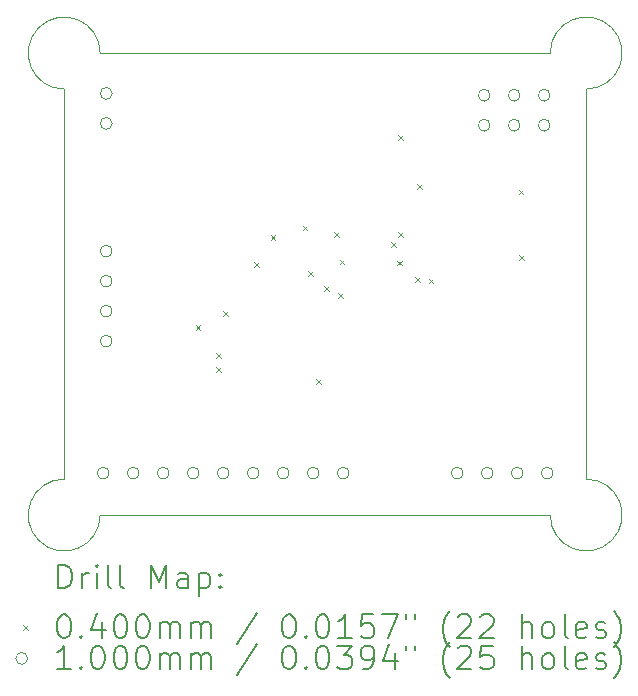
<source format=gbr>
%TF.GenerationSoftware,KiCad,Pcbnew,7.0.10*%
%TF.CreationDate,2024-02-27T03:30:27+03:00*%
%TF.ProjectId,Arduino_Datalogger,41726475-696e-46f5-9f44-6174616c6f67,1.0*%
%TF.SameCoordinates,Original*%
%TF.FileFunction,Drillmap*%
%TF.FilePolarity,Positive*%
%FSLAX45Y45*%
G04 Gerber Fmt 4.5, Leading zero omitted, Abs format (unit mm)*
G04 Created by KiCad (PCBNEW 7.0.10) date 2024-02-27 03:30:27*
%MOMM*%
%LPD*%
G01*
G04 APERTURE LIST*
%ADD10C,0.100000*%
%ADD11C,0.200000*%
G04 APERTURE END LIST*
D10*
X13157200Y-10490200D02*
G75*
G03*
X13462000Y-10795000I0J-304800D01*
G01*
X17576800Y-10490200D02*
X17576800Y-7188200D01*
X13157200Y-7188200D02*
X13157200Y-10490200D01*
X17576800Y-7188200D02*
G75*
G03*
X17272000Y-6883400I0J304800D01*
G01*
X17272000Y-6883400D02*
X13462000Y-6883400D01*
X13462000Y-10795000D02*
X17272000Y-10795000D01*
X17272000Y-10795000D02*
G75*
G03*
X17576800Y-10490200I304800J0D01*
G01*
X13462000Y-6883400D02*
G75*
G03*
X13157200Y-7188200I-304800J0D01*
G01*
D11*
D10*
X14270300Y-9186640D02*
X14310300Y-9226640D01*
X14310300Y-9186640D02*
X14270300Y-9226640D01*
X14441970Y-9543100D02*
X14481970Y-9583100D01*
X14481970Y-9543100D02*
X14441970Y-9583100D01*
X14442930Y-9426480D02*
X14482930Y-9466480D01*
X14482930Y-9426480D02*
X14442930Y-9466480D01*
X14501890Y-9066910D02*
X14541890Y-9106910D01*
X14541890Y-9066910D02*
X14501890Y-9106910D01*
X14764570Y-8655110D02*
X14804570Y-8695110D01*
X14804570Y-8655110D02*
X14764570Y-8695110D01*
X14905020Y-8424440D02*
X14945020Y-8464440D01*
X14945020Y-8424440D02*
X14905020Y-8464440D01*
X15175600Y-8343760D02*
X15215600Y-8383760D01*
X15215600Y-8343760D02*
X15175600Y-8383760D01*
X15221450Y-8731550D02*
X15261450Y-8771550D01*
X15261450Y-8731550D02*
X15221450Y-8771550D01*
X15291500Y-9647030D02*
X15331500Y-9687030D01*
X15331500Y-9647030D02*
X15291500Y-9687030D01*
X15358160Y-8857670D02*
X15398160Y-8897670D01*
X15398160Y-8857670D02*
X15358160Y-8897670D01*
X15445180Y-8402000D02*
X15485180Y-8442000D01*
X15485180Y-8402000D02*
X15445180Y-8442000D01*
X15478530Y-8915080D02*
X15518530Y-8955080D01*
X15518530Y-8915080D02*
X15478530Y-8955080D01*
X15490190Y-8632930D02*
X15530190Y-8672930D01*
X15530190Y-8632930D02*
X15490190Y-8672930D01*
X15922900Y-8482000D02*
X15962900Y-8522000D01*
X15962900Y-8482000D02*
X15922900Y-8522000D01*
X15977800Y-8640130D02*
X16017800Y-8680130D01*
X16017800Y-8640130D02*
X15977800Y-8680130D01*
X15984510Y-8402000D02*
X16024510Y-8442000D01*
X16024510Y-8402000D02*
X15984510Y-8442000D01*
X15986040Y-7578180D02*
X16026040Y-7618180D01*
X16026040Y-7578180D02*
X15986040Y-7618180D01*
X16131540Y-8783060D02*
X16171540Y-8823060D01*
X16171540Y-8783060D02*
X16131540Y-8823060D01*
X16145000Y-7990090D02*
X16185000Y-8030090D01*
X16185000Y-7990090D02*
X16145000Y-8030090D01*
X16243430Y-8792840D02*
X16283430Y-8832840D01*
X16283430Y-8792840D02*
X16243430Y-8832840D01*
X17005280Y-8038500D02*
X17045280Y-8078500D01*
X17045280Y-8038500D02*
X17005280Y-8078500D01*
X17006800Y-8591220D02*
X17046800Y-8631220D01*
X17046800Y-8591220D02*
X17006800Y-8631220D01*
X13537400Y-10439400D02*
G75*
G03*
X13437400Y-10439400I-50000J0D01*
G01*
X13437400Y-10439400D02*
G75*
G03*
X13537400Y-10439400I50000J0D01*
G01*
X13562800Y-7224800D02*
G75*
G03*
X13462800Y-7224800I-50000J0D01*
G01*
X13462800Y-7224800D02*
G75*
G03*
X13562800Y-7224800I50000J0D01*
G01*
X13562800Y-7478800D02*
G75*
G03*
X13462800Y-7478800I-50000J0D01*
G01*
X13462800Y-7478800D02*
G75*
G03*
X13562800Y-7478800I50000J0D01*
G01*
X13562800Y-8559800D02*
G75*
G03*
X13462800Y-8559800I-50000J0D01*
G01*
X13462800Y-8559800D02*
G75*
G03*
X13562800Y-8559800I50000J0D01*
G01*
X13562800Y-8813800D02*
G75*
G03*
X13462800Y-8813800I-50000J0D01*
G01*
X13462800Y-8813800D02*
G75*
G03*
X13562800Y-8813800I50000J0D01*
G01*
X13562800Y-9067800D02*
G75*
G03*
X13462800Y-9067800I-50000J0D01*
G01*
X13462800Y-9067800D02*
G75*
G03*
X13562800Y-9067800I50000J0D01*
G01*
X13562800Y-9321800D02*
G75*
G03*
X13462800Y-9321800I-50000J0D01*
G01*
X13462800Y-9321800D02*
G75*
G03*
X13562800Y-9321800I50000J0D01*
G01*
X13791400Y-10439400D02*
G75*
G03*
X13691400Y-10439400I-50000J0D01*
G01*
X13691400Y-10439400D02*
G75*
G03*
X13791400Y-10439400I50000J0D01*
G01*
X14045400Y-10439400D02*
G75*
G03*
X13945400Y-10439400I-50000J0D01*
G01*
X13945400Y-10439400D02*
G75*
G03*
X14045400Y-10439400I50000J0D01*
G01*
X14299400Y-10439400D02*
G75*
G03*
X14199400Y-10439400I-50000J0D01*
G01*
X14199400Y-10439400D02*
G75*
G03*
X14299400Y-10439400I50000J0D01*
G01*
X14553400Y-10439400D02*
G75*
G03*
X14453400Y-10439400I-50000J0D01*
G01*
X14453400Y-10439400D02*
G75*
G03*
X14553400Y-10439400I50000J0D01*
G01*
X14807400Y-10439400D02*
G75*
G03*
X14707400Y-10439400I-50000J0D01*
G01*
X14707400Y-10439400D02*
G75*
G03*
X14807400Y-10439400I50000J0D01*
G01*
X15061400Y-10439400D02*
G75*
G03*
X14961400Y-10439400I-50000J0D01*
G01*
X14961400Y-10439400D02*
G75*
G03*
X15061400Y-10439400I50000J0D01*
G01*
X15315400Y-10439400D02*
G75*
G03*
X15215400Y-10439400I-50000J0D01*
G01*
X15215400Y-10439400D02*
G75*
G03*
X15315400Y-10439400I50000J0D01*
G01*
X15569400Y-10439400D02*
G75*
G03*
X15469400Y-10439400I-50000J0D01*
G01*
X15469400Y-10439400D02*
G75*
G03*
X15569400Y-10439400I50000J0D01*
G01*
X16534600Y-10439400D02*
G75*
G03*
X16434600Y-10439400I-50000J0D01*
G01*
X16434600Y-10439400D02*
G75*
G03*
X16534600Y-10439400I50000J0D01*
G01*
X16763200Y-7240500D02*
G75*
G03*
X16663200Y-7240500I-50000J0D01*
G01*
X16663200Y-7240500D02*
G75*
G03*
X16763200Y-7240500I50000J0D01*
G01*
X16763200Y-7494500D02*
G75*
G03*
X16663200Y-7494500I-50000J0D01*
G01*
X16663200Y-7494500D02*
G75*
G03*
X16763200Y-7494500I50000J0D01*
G01*
X16788600Y-10439400D02*
G75*
G03*
X16688600Y-10439400I-50000J0D01*
G01*
X16688600Y-10439400D02*
G75*
G03*
X16788600Y-10439400I50000J0D01*
G01*
X17017200Y-7240500D02*
G75*
G03*
X16917200Y-7240500I-50000J0D01*
G01*
X16917200Y-7240500D02*
G75*
G03*
X17017200Y-7240500I50000J0D01*
G01*
X17017200Y-7494500D02*
G75*
G03*
X16917200Y-7494500I-50000J0D01*
G01*
X16917200Y-7494500D02*
G75*
G03*
X17017200Y-7494500I50000J0D01*
G01*
X17042600Y-10439400D02*
G75*
G03*
X16942600Y-10439400I-50000J0D01*
G01*
X16942600Y-10439400D02*
G75*
G03*
X17042600Y-10439400I50000J0D01*
G01*
X17271200Y-7240500D02*
G75*
G03*
X17171200Y-7240500I-50000J0D01*
G01*
X17171200Y-7240500D02*
G75*
G03*
X17271200Y-7240500I50000J0D01*
G01*
X17271200Y-7494500D02*
G75*
G03*
X17171200Y-7494500I-50000J0D01*
G01*
X17171200Y-7494500D02*
G75*
G03*
X17271200Y-7494500I50000J0D01*
G01*
X17296600Y-10439400D02*
G75*
G03*
X17196600Y-10439400I-50000J0D01*
G01*
X17196600Y-10439400D02*
G75*
G03*
X17296600Y-10439400I50000J0D01*
G01*
D11*
X13108177Y-11416284D02*
X13108177Y-11216284D01*
X13108177Y-11216284D02*
X13155796Y-11216284D01*
X13155796Y-11216284D02*
X13184367Y-11225808D01*
X13184367Y-11225808D02*
X13203415Y-11244855D01*
X13203415Y-11244855D02*
X13212939Y-11263903D01*
X13212939Y-11263903D02*
X13222462Y-11301998D01*
X13222462Y-11301998D02*
X13222462Y-11330569D01*
X13222462Y-11330569D02*
X13212939Y-11368665D01*
X13212939Y-11368665D02*
X13203415Y-11387712D01*
X13203415Y-11387712D02*
X13184367Y-11406760D01*
X13184367Y-11406760D02*
X13155796Y-11416284D01*
X13155796Y-11416284D02*
X13108177Y-11416284D01*
X13308177Y-11416284D02*
X13308177Y-11282950D01*
X13308177Y-11321046D02*
X13317701Y-11301998D01*
X13317701Y-11301998D02*
X13327224Y-11292474D01*
X13327224Y-11292474D02*
X13346272Y-11282950D01*
X13346272Y-11282950D02*
X13365320Y-11282950D01*
X13431986Y-11416284D02*
X13431986Y-11282950D01*
X13431986Y-11216284D02*
X13422462Y-11225808D01*
X13422462Y-11225808D02*
X13431986Y-11235331D01*
X13431986Y-11235331D02*
X13441510Y-11225808D01*
X13441510Y-11225808D02*
X13431986Y-11216284D01*
X13431986Y-11216284D02*
X13431986Y-11235331D01*
X13555796Y-11416284D02*
X13536748Y-11406760D01*
X13536748Y-11406760D02*
X13527224Y-11387712D01*
X13527224Y-11387712D02*
X13527224Y-11216284D01*
X13660558Y-11416284D02*
X13641510Y-11406760D01*
X13641510Y-11406760D02*
X13631986Y-11387712D01*
X13631986Y-11387712D02*
X13631986Y-11216284D01*
X13889129Y-11416284D02*
X13889129Y-11216284D01*
X13889129Y-11216284D02*
X13955796Y-11359141D01*
X13955796Y-11359141D02*
X14022462Y-11216284D01*
X14022462Y-11216284D02*
X14022462Y-11416284D01*
X14203415Y-11416284D02*
X14203415Y-11311522D01*
X14203415Y-11311522D02*
X14193891Y-11292474D01*
X14193891Y-11292474D02*
X14174843Y-11282950D01*
X14174843Y-11282950D02*
X14136748Y-11282950D01*
X14136748Y-11282950D02*
X14117701Y-11292474D01*
X14203415Y-11406760D02*
X14184367Y-11416284D01*
X14184367Y-11416284D02*
X14136748Y-11416284D01*
X14136748Y-11416284D02*
X14117701Y-11406760D01*
X14117701Y-11406760D02*
X14108177Y-11387712D01*
X14108177Y-11387712D02*
X14108177Y-11368665D01*
X14108177Y-11368665D02*
X14117701Y-11349617D01*
X14117701Y-11349617D02*
X14136748Y-11340093D01*
X14136748Y-11340093D02*
X14184367Y-11340093D01*
X14184367Y-11340093D02*
X14203415Y-11330569D01*
X14298653Y-11282950D02*
X14298653Y-11482950D01*
X14298653Y-11292474D02*
X14317701Y-11282950D01*
X14317701Y-11282950D02*
X14355796Y-11282950D01*
X14355796Y-11282950D02*
X14374843Y-11292474D01*
X14374843Y-11292474D02*
X14384367Y-11301998D01*
X14384367Y-11301998D02*
X14393891Y-11321046D01*
X14393891Y-11321046D02*
X14393891Y-11378188D01*
X14393891Y-11378188D02*
X14384367Y-11397236D01*
X14384367Y-11397236D02*
X14374843Y-11406760D01*
X14374843Y-11406760D02*
X14355796Y-11416284D01*
X14355796Y-11416284D02*
X14317701Y-11416284D01*
X14317701Y-11416284D02*
X14298653Y-11406760D01*
X14479605Y-11397236D02*
X14489129Y-11406760D01*
X14489129Y-11406760D02*
X14479605Y-11416284D01*
X14479605Y-11416284D02*
X14470082Y-11406760D01*
X14470082Y-11406760D02*
X14479605Y-11397236D01*
X14479605Y-11397236D02*
X14479605Y-11416284D01*
X14479605Y-11292474D02*
X14489129Y-11301998D01*
X14489129Y-11301998D02*
X14479605Y-11311522D01*
X14479605Y-11311522D02*
X14470082Y-11301998D01*
X14470082Y-11301998D02*
X14479605Y-11292474D01*
X14479605Y-11292474D02*
X14479605Y-11311522D01*
D10*
X12807400Y-11724800D02*
X12847400Y-11764800D01*
X12847400Y-11724800D02*
X12807400Y-11764800D01*
D11*
X13146272Y-11636284D02*
X13165320Y-11636284D01*
X13165320Y-11636284D02*
X13184367Y-11645808D01*
X13184367Y-11645808D02*
X13193891Y-11655331D01*
X13193891Y-11655331D02*
X13203415Y-11674379D01*
X13203415Y-11674379D02*
X13212939Y-11712474D01*
X13212939Y-11712474D02*
X13212939Y-11760093D01*
X13212939Y-11760093D02*
X13203415Y-11798188D01*
X13203415Y-11798188D02*
X13193891Y-11817236D01*
X13193891Y-11817236D02*
X13184367Y-11826760D01*
X13184367Y-11826760D02*
X13165320Y-11836284D01*
X13165320Y-11836284D02*
X13146272Y-11836284D01*
X13146272Y-11836284D02*
X13127224Y-11826760D01*
X13127224Y-11826760D02*
X13117701Y-11817236D01*
X13117701Y-11817236D02*
X13108177Y-11798188D01*
X13108177Y-11798188D02*
X13098653Y-11760093D01*
X13098653Y-11760093D02*
X13098653Y-11712474D01*
X13098653Y-11712474D02*
X13108177Y-11674379D01*
X13108177Y-11674379D02*
X13117701Y-11655331D01*
X13117701Y-11655331D02*
X13127224Y-11645808D01*
X13127224Y-11645808D02*
X13146272Y-11636284D01*
X13298653Y-11817236D02*
X13308177Y-11826760D01*
X13308177Y-11826760D02*
X13298653Y-11836284D01*
X13298653Y-11836284D02*
X13289129Y-11826760D01*
X13289129Y-11826760D02*
X13298653Y-11817236D01*
X13298653Y-11817236D02*
X13298653Y-11836284D01*
X13479605Y-11702950D02*
X13479605Y-11836284D01*
X13431986Y-11626760D02*
X13384367Y-11769617D01*
X13384367Y-11769617D02*
X13508177Y-11769617D01*
X13622462Y-11636284D02*
X13641510Y-11636284D01*
X13641510Y-11636284D02*
X13660558Y-11645808D01*
X13660558Y-11645808D02*
X13670082Y-11655331D01*
X13670082Y-11655331D02*
X13679605Y-11674379D01*
X13679605Y-11674379D02*
X13689129Y-11712474D01*
X13689129Y-11712474D02*
X13689129Y-11760093D01*
X13689129Y-11760093D02*
X13679605Y-11798188D01*
X13679605Y-11798188D02*
X13670082Y-11817236D01*
X13670082Y-11817236D02*
X13660558Y-11826760D01*
X13660558Y-11826760D02*
X13641510Y-11836284D01*
X13641510Y-11836284D02*
X13622462Y-11836284D01*
X13622462Y-11836284D02*
X13603415Y-11826760D01*
X13603415Y-11826760D02*
X13593891Y-11817236D01*
X13593891Y-11817236D02*
X13584367Y-11798188D01*
X13584367Y-11798188D02*
X13574843Y-11760093D01*
X13574843Y-11760093D02*
X13574843Y-11712474D01*
X13574843Y-11712474D02*
X13584367Y-11674379D01*
X13584367Y-11674379D02*
X13593891Y-11655331D01*
X13593891Y-11655331D02*
X13603415Y-11645808D01*
X13603415Y-11645808D02*
X13622462Y-11636284D01*
X13812939Y-11636284D02*
X13831986Y-11636284D01*
X13831986Y-11636284D02*
X13851034Y-11645808D01*
X13851034Y-11645808D02*
X13860558Y-11655331D01*
X13860558Y-11655331D02*
X13870082Y-11674379D01*
X13870082Y-11674379D02*
X13879605Y-11712474D01*
X13879605Y-11712474D02*
X13879605Y-11760093D01*
X13879605Y-11760093D02*
X13870082Y-11798188D01*
X13870082Y-11798188D02*
X13860558Y-11817236D01*
X13860558Y-11817236D02*
X13851034Y-11826760D01*
X13851034Y-11826760D02*
X13831986Y-11836284D01*
X13831986Y-11836284D02*
X13812939Y-11836284D01*
X13812939Y-11836284D02*
X13793891Y-11826760D01*
X13793891Y-11826760D02*
X13784367Y-11817236D01*
X13784367Y-11817236D02*
X13774843Y-11798188D01*
X13774843Y-11798188D02*
X13765320Y-11760093D01*
X13765320Y-11760093D02*
X13765320Y-11712474D01*
X13765320Y-11712474D02*
X13774843Y-11674379D01*
X13774843Y-11674379D02*
X13784367Y-11655331D01*
X13784367Y-11655331D02*
X13793891Y-11645808D01*
X13793891Y-11645808D02*
X13812939Y-11636284D01*
X13965320Y-11836284D02*
X13965320Y-11702950D01*
X13965320Y-11721998D02*
X13974843Y-11712474D01*
X13974843Y-11712474D02*
X13993891Y-11702950D01*
X13993891Y-11702950D02*
X14022463Y-11702950D01*
X14022463Y-11702950D02*
X14041510Y-11712474D01*
X14041510Y-11712474D02*
X14051034Y-11731522D01*
X14051034Y-11731522D02*
X14051034Y-11836284D01*
X14051034Y-11731522D02*
X14060558Y-11712474D01*
X14060558Y-11712474D02*
X14079605Y-11702950D01*
X14079605Y-11702950D02*
X14108177Y-11702950D01*
X14108177Y-11702950D02*
X14127224Y-11712474D01*
X14127224Y-11712474D02*
X14136748Y-11731522D01*
X14136748Y-11731522D02*
X14136748Y-11836284D01*
X14231986Y-11836284D02*
X14231986Y-11702950D01*
X14231986Y-11721998D02*
X14241510Y-11712474D01*
X14241510Y-11712474D02*
X14260558Y-11702950D01*
X14260558Y-11702950D02*
X14289129Y-11702950D01*
X14289129Y-11702950D02*
X14308177Y-11712474D01*
X14308177Y-11712474D02*
X14317701Y-11731522D01*
X14317701Y-11731522D02*
X14317701Y-11836284D01*
X14317701Y-11731522D02*
X14327224Y-11712474D01*
X14327224Y-11712474D02*
X14346272Y-11702950D01*
X14346272Y-11702950D02*
X14374843Y-11702950D01*
X14374843Y-11702950D02*
X14393891Y-11712474D01*
X14393891Y-11712474D02*
X14403415Y-11731522D01*
X14403415Y-11731522D02*
X14403415Y-11836284D01*
X14793891Y-11626760D02*
X14622463Y-11883903D01*
X15051034Y-11636284D02*
X15070082Y-11636284D01*
X15070082Y-11636284D02*
X15089129Y-11645808D01*
X15089129Y-11645808D02*
X15098653Y-11655331D01*
X15098653Y-11655331D02*
X15108177Y-11674379D01*
X15108177Y-11674379D02*
X15117701Y-11712474D01*
X15117701Y-11712474D02*
X15117701Y-11760093D01*
X15117701Y-11760093D02*
X15108177Y-11798188D01*
X15108177Y-11798188D02*
X15098653Y-11817236D01*
X15098653Y-11817236D02*
X15089129Y-11826760D01*
X15089129Y-11826760D02*
X15070082Y-11836284D01*
X15070082Y-11836284D02*
X15051034Y-11836284D01*
X15051034Y-11836284D02*
X15031986Y-11826760D01*
X15031986Y-11826760D02*
X15022463Y-11817236D01*
X15022463Y-11817236D02*
X15012939Y-11798188D01*
X15012939Y-11798188D02*
X15003415Y-11760093D01*
X15003415Y-11760093D02*
X15003415Y-11712474D01*
X15003415Y-11712474D02*
X15012939Y-11674379D01*
X15012939Y-11674379D02*
X15022463Y-11655331D01*
X15022463Y-11655331D02*
X15031986Y-11645808D01*
X15031986Y-11645808D02*
X15051034Y-11636284D01*
X15203415Y-11817236D02*
X15212939Y-11826760D01*
X15212939Y-11826760D02*
X15203415Y-11836284D01*
X15203415Y-11836284D02*
X15193891Y-11826760D01*
X15193891Y-11826760D02*
X15203415Y-11817236D01*
X15203415Y-11817236D02*
X15203415Y-11836284D01*
X15336748Y-11636284D02*
X15355796Y-11636284D01*
X15355796Y-11636284D02*
X15374844Y-11645808D01*
X15374844Y-11645808D02*
X15384367Y-11655331D01*
X15384367Y-11655331D02*
X15393891Y-11674379D01*
X15393891Y-11674379D02*
X15403415Y-11712474D01*
X15403415Y-11712474D02*
X15403415Y-11760093D01*
X15403415Y-11760093D02*
X15393891Y-11798188D01*
X15393891Y-11798188D02*
X15384367Y-11817236D01*
X15384367Y-11817236D02*
X15374844Y-11826760D01*
X15374844Y-11826760D02*
X15355796Y-11836284D01*
X15355796Y-11836284D02*
X15336748Y-11836284D01*
X15336748Y-11836284D02*
X15317701Y-11826760D01*
X15317701Y-11826760D02*
X15308177Y-11817236D01*
X15308177Y-11817236D02*
X15298653Y-11798188D01*
X15298653Y-11798188D02*
X15289129Y-11760093D01*
X15289129Y-11760093D02*
X15289129Y-11712474D01*
X15289129Y-11712474D02*
X15298653Y-11674379D01*
X15298653Y-11674379D02*
X15308177Y-11655331D01*
X15308177Y-11655331D02*
X15317701Y-11645808D01*
X15317701Y-11645808D02*
X15336748Y-11636284D01*
X15593891Y-11836284D02*
X15479606Y-11836284D01*
X15536748Y-11836284D02*
X15536748Y-11636284D01*
X15536748Y-11636284D02*
X15517701Y-11664855D01*
X15517701Y-11664855D02*
X15498653Y-11683903D01*
X15498653Y-11683903D02*
X15479606Y-11693427D01*
X15774844Y-11636284D02*
X15679606Y-11636284D01*
X15679606Y-11636284D02*
X15670082Y-11731522D01*
X15670082Y-11731522D02*
X15679606Y-11721998D01*
X15679606Y-11721998D02*
X15698653Y-11712474D01*
X15698653Y-11712474D02*
X15746272Y-11712474D01*
X15746272Y-11712474D02*
X15765320Y-11721998D01*
X15765320Y-11721998D02*
X15774844Y-11731522D01*
X15774844Y-11731522D02*
X15784367Y-11750569D01*
X15784367Y-11750569D02*
X15784367Y-11798188D01*
X15784367Y-11798188D02*
X15774844Y-11817236D01*
X15774844Y-11817236D02*
X15765320Y-11826760D01*
X15765320Y-11826760D02*
X15746272Y-11836284D01*
X15746272Y-11836284D02*
X15698653Y-11836284D01*
X15698653Y-11836284D02*
X15679606Y-11826760D01*
X15679606Y-11826760D02*
X15670082Y-11817236D01*
X15851034Y-11636284D02*
X15984367Y-11636284D01*
X15984367Y-11636284D02*
X15898653Y-11836284D01*
X16051034Y-11636284D02*
X16051034Y-11674379D01*
X16127225Y-11636284D02*
X16127225Y-11674379D01*
X16422463Y-11912474D02*
X16412939Y-11902950D01*
X16412939Y-11902950D02*
X16393891Y-11874379D01*
X16393891Y-11874379D02*
X16384368Y-11855331D01*
X16384368Y-11855331D02*
X16374844Y-11826760D01*
X16374844Y-11826760D02*
X16365320Y-11779141D01*
X16365320Y-11779141D02*
X16365320Y-11741046D01*
X16365320Y-11741046D02*
X16374844Y-11693427D01*
X16374844Y-11693427D02*
X16384368Y-11664855D01*
X16384368Y-11664855D02*
X16393891Y-11645808D01*
X16393891Y-11645808D02*
X16412939Y-11617236D01*
X16412939Y-11617236D02*
X16422463Y-11607712D01*
X16489129Y-11655331D02*
X16498653Y-11645808D01*
X16498653Y-11645808D02*
X16517701Y-11636284D01*
X16517701Y-11636284D02*
X16565320Y-11636284D01*
X16565320Y-11636284D02*
X16584368Y-11645808D01*
X16584368Y-11645808D02*
X16593891Y-11655331D01*
X16593891Y-11655331D02*
X16603415Y-11674379D01*
X16603415Y-11674379D02*
X16603415Y-11693427D01*
X16603415Y-11693427D02*
X16593891Y-11721998D01*
X16593891Y-11721998D02*
X16479606Y-11836284D01*
X16479606Y-11836284D02*
X16603415Y-11836284D01*
X16679606Y-11655331D02*
X16689129Y-11645808D01*
X16689129Y-11645808D02*
X16708177Y-11636284D01*
X16708177Y-11636284D02*
X16755796Y-11636284D01*
X16755796Y-11636284D02*
X16774844Y-11645808D01*
X16774844Y-11645808D02*
X16784368Y-11655331D01*
X16784368Y-11655331D02*
X16793891Y-11674379D01*
X16793891Y-11674379D02*
X16793891Y-11693427D01*
X16793891Y-11693427D02*
X16784368Y-11721998D01*
X16784368Y-11721998D02*
X16670082Y-11836284D01*
X16670082Y-11836284D02*
X16793891Y-11836284D01*
X17031987Y-11836284D02*
X17031987Y-11636284D01*
X17117701Y-11836284D02*
X17117701Y-11731522D01*
X17117701Y-11731522D02*
X17108177Y-11712474D01*
X17108177Y-11712474D02*
X17089130Y-11702950D01*
X17089130Y-11702950D02*
X17060558Y-11702950D01*
X17060558Y-11702950D02*
X17041511Y-11712474D01*
X17041511Y-11712474D02*
X17031987Y-11721998D01*
X17241511Y-11836284D02*
X17222463Y-11826760D01*
X17222463Y-11826760D02*
X17212939Y-11817236D01*
X17212939Y-11817236D02*
X17203415Y-11798188D01*
X17203415Y-11798188D02*
X17203415Y-11741046D01*
X17203415Y-11741046D02*
X17212939Y-11721998D01*
X17212939Y-11721998D02*
X17222463Y-11712474D01*
X17222463Y-11712474D02*
X17241511Y-11702950D01*
X17241511Y-11702950D02*
X17270082Y-11702950D01*
X17270082Y-11702950D02*
X17289130Y-11712474D01*
X17289130Y-11712474D02*
X17298653Y-11721998D01*
X17298653Y-11721998D02*
X17308177Y-11741046D01*
X17308177Y-11741046D02*
X17308177Y-11798188D01*
X17308177Y-11798188D02*
X17298653Y-11817236D01*
X17298653Y-11817236D02*
X17289130Y-11826760D01*
X17289130Y-11826760D02*
X17270082Y-11836284D01*
X17270082Y-11836284D02*
X17241511Y-11836284D01*
X17422463Y-11836284D02*
X17403415Y-11826760D01*
X17403415Y-11826760D02*
X17393892Y-11807712D01*
X17393892Y-11807712D02*
X17393892Y-11636284D01*
X17574844Y-11826760D02*
X17555796Y-11836284D01*
X17555796Y-11836284D02*
X17517701Y-11836284D01*
X17517701Y-11836284D02*
X17498653Y-11826760D01*
X17498653Y-11826760D02*
X17489130Y-11807712D01*
X17489130Y-11807712D02*
X17489130Y-11731522D01*
X17489130Y-11731522D02*
X17498653Y-11712474D01*
X17498653Y-11712474D02*
X17517701Y-11702950D01*
X17517701Y-11702950D02*
X17555796Y-11702950D01*
X17555796Y-11702950D02*
X17574844Y-11712474D01*
X17574844Y-11712474D02*
X17584368Y-11731522D01*
X17584368Y-11731522D02*
X17584368Y-11750569D01*
X17584368Y-11750569D02*
X17489130Y-11769617D01*
X17660558Y-11826760D02*
X17679606Y-11836284D01*
X17679606Y-11836284D02*
X17717701Y-11836284D01*
X17717701Y-11836284D02*
X17736749Y-11826760D01*
X17736749Y-11826760D02*
X17746273Y-11807712D01*
X17746273Y-11807712D02*
X17746273Y-11798188D01*
X17746273Y-11798188D02*
X17736749Y-11779141D01*
X17736749Y-11779141D02*
X17717701Y-11769617D01*
X17717701Y-11769617D02*
X17689130Y-11769617D01*
X17689130Y-11769617D02*
X17670082Y-11760093D01*
X17670082Y-11760093D02*
X17660558Y-11741046D01*
X17660558Y-11741046D02*
X17660558Y-11731522D01*
X17660558Y-11731522D02*
X17670082Y-11712474D01*
X17670082Y-11712474D02*
X17689130Y-11702950D01*
X17689130Y-11702950D02*
X17717701Y-11702950D01*
X17717701Y-11702950D02*
X17736749Y-11712474D01*
X17812939Y-11912474D02*
X17822463Y-11902950D01*
X17822463Y-11902950D02*
X17841511Y-11874379D01*
X17841511Y-11874379D02*
X17851034Y-11855331D01*
X17851034Y-11855331D02*
X17860558Y-11826760D01*
X17860558Y-11826760D02*
X17870082Y-11779141D01*
X17870082Y-11779141D02*
X17870082Y-11741046D01*
X17870082Y-11741046D02*
X17860558Y-11693427D01*
X17860558Y-11693427D02*
X17851034Y-11664855D01*
X17851034Y-11664855D02*
X17841511Y-11645808D01*
X17841511Y-11645808D02*
X17822463Y-11617236D01*
X17822463Y-11617236D02*
X17812939Y-11607712D01*
D10*
X12847400Y-12008800D02*
G75*
G03*
X12747400Y-12008800I-50000J0D01*
G01*
X12747400Y-12008800D02*
G75*
G03*
X12847400Y-12008800I50000J0D01*
G01*
D11*
X13212939Y-12100284D02*
X13098653Y-12100284D01*
X13155796Y-12100284D02*
X13155796Y-11900284D01*
X13155796Y-11900284D02*
X13136748Y-11928855D01*
X13136748Y-11928855D02*
X13117701Y-11947903D01*
X13117701Y-11947903D02*
X13098653Y-11957427D01*
X13298653Y-12081236D02*
X13308177Y-12090760D01*
X13308177Y-12090760D02*
X13298653Y-12100284D01*
X13298653Y-12100284D02*
X13289129Y-12090760D01*
X13289129Y-12090760D02*
X13298653Y-12081236D01*
X13298653Y-12081236D02*
X13298653Y-12100284D01*
X13431986Y-11900284D02*
X13451034Y-11900284D01*
X13451034Y-11900284D02*
X13470082Y-11909808D01*
X13470082Y-11909808D02*
X13479605Y-11919331D01*
X13479605Y-11919331D02*
X13489129Y-11938379D01*
X13489129Y-11938379D02*
X13498653Y-11976474D01*
X13498653Y-11976474D02*
X13498653Y-12024093D01*
X13498653Y-12024093D02*
X13489129Y-12062188D01*
X13489129Y-12062188D02*
X13479605Y-12081236D01*
X13479605Y-12081236D02*
X13470082Y-12090760D01*
X13470082Y-12090760D02*
X13451034Y-12100284D01*
X13451034Y-12100284D02*
X13431986Y-12100284D01*
X13431986Y-12100284D02*
X13412939Y-12090760D01*
X13412939Y-12090760D02*
X13403415Y-12081236D01*
X13403415Y-12081236D02*
X13393891Y-12062188D01*
X13393891Y-12062188D02*
X13384367Y-12024093D01*
X13384367Y-12024093D02*
X13384367Y-11976474D01*
X13384367Y-11976474D02*
X13393891Y-11938379D01*
X13393891Y-11938379D02*
X13403415Y-11919331D01*
X13403415Y-11919331D02*
X13412939Y-11909808D01*
X13412939Y-11909808D02*
X13431986Y-11900284D01*
X13622462Y-11900284D02*
X13641510Y-11900284D01*
X13641510Y-11900284D02*
X13660558Y-11909808D01*
X13660558Y-11909808D02*
X13670082Y-11919331D01*
X13670082Y-11919331D02*
X13679605Y-11938379D01*
X13679605Y-11938379D02*
X13689129Y-11976474D01*
X13689129Y-11976474D02*
X13689129Y-12024093D01*
X13689129Y-12024093D02*
X13679605Y-12062188D01*
X13679605Y-12062188D02*
X13670082Y-12081236D01*
X13670082Y-12081236D02*
X13660558Y-12090760D01*
X13660558Y-12090760D02*
X13641510Y-12100284D01*
X13641510Y-12100284D02*
X13622462Y-12100284D01*
X13622462Y-12100284D02*
X13603415Y-12090760D01*
X13603415Y-12090760D02*
X13593891Y-12081236D01*
X13593891Y-12081236D02*
X13584367Y-12062188D01*
X13584367Y-12062188D02*
X13574843Y-12024093D01*
X13574843Y-12024093D02*
X13574843Y-11976474D01*
X13574843Y-11976474D02*
X13584367Y-11938379D01*
X13584367Y-11938379D02*
X13593891Y-11919331D01*
X13593891Y-11919331D02*
X13603415Y-11909808D01*
X13603415Y-11909808D02*
X13622462Y-11900284D01*
X13812939Y-11900284D02*
X13831986Y-11900284D01*
X13831986Y-11900284D02*
X13851034Y-11909808D01*
X13851034Y-11909808D02*
X13860558Y-11919331D01*
X13860558Y-11919331D02*
X13870082Y-11938379D01*
X13870082Y-11938379D02*
X13879605Y-11976474D01*
X13879605Y-11976474D02*
X13879605Y-12024093D01*
X13879605Y-12024093D02*
X13870082Y-12062188D01*
X13870082Y-12062188D02*
X13860558Y-12081236D01*
X13860558Y-12081236D02*
X13851034Y-12090760D01*
X13851034Y-12090760D02*
X13831986Y-12100284D01*
X13831986Y-12100284D02*
X13812939Y-12100284D01*
X13812939Y-12100284D02*
X13793891Y-12090760D01*
X13793891Y-12090760D02*
X13784367Y-12081236D01*
X13784367Y-12081236D02*
X13774843Y-12062188D01*
X13774843Y-12062188D02*
X13765320Y-12024093D01*
X13765320Y-12024093D02*
X13765320Y-11976474D01*
X13765320Y-11976474D02*
X13774843Y-11938379D01*
X13774843Y-11938379D02*
X13784367Y-11919331D01*
X13784367Y-11919331D02*
X13793891Y-11909808D01*
X13793891Y-11909808D02*
X13812939Y-11900284D01*
X13965320Y-12100284D02*
X13965320Y-11966950D01*
X13965320Y-11985998D02*
X13974843Y-11976474D01*
X13974843Y-11976474D02*
X13993891Y-11966950D01*
X13993891Y-11966950D02*
X14022463Y-11966950D01*
X14022463Y-11966950D02*
X14041510Y-11976474D01*
X14041510Y-11976474D02*
X14051034Y-11995522D01*
X14051034Y-11995522D02*
X14051034Y-12100284D01*
X14051034Y-11995522D02*
X14060558Y-11976474D01*
X14060558Y-11976474D02*
X14079605Y-11966950D01*
X14079605Y-11966950D02*
X14108177Y-11966950D01*
X14108177Y-11966950D02*
X14127224Y-11976474D01*
X14127224Y-11976474D02*
X14136748Y-11995522D01*
X14136748Y-11995522D02*
X14136748Y-12100284D01*
X14231986Y-12100284D02*
X14231986Y-11966950D01*
X14231986Y-11985998D02*
X14241510Y-11976474D01*
X14241510Y-11976474D02*
X14260558Y-11966950D01*
X14260558Y-11966950D02*
X14289129Y-11966950D01*
X14289129Y-11966950D02*
X14308177Y-11976474D01*
X14308177Y-11976474D02*
X14317701Y-11995522D01*
X14317701Y-11995522D02*
X14317701Y-12100284D01*
X14317701Y-11995522D02*
X14327224Y-11976474D01*
X14327224Y-11976474D02*
X14346272Y-11966950D01*
X14346272Y-11966950D02*
X14374843Y-11966950D01*
X14374843Y-11966950D02*
X14393891Y-11976474D01*
X14393891Y-11976474D02*
X14403415Y-11995522D01*
X14403415Y-11995522D02*
X14403415Y-12100284D01*
X14793891Y-11890760D02*
X14622463Y-12147903D01*
X15051034Y-11900284D02*
X15070082Y-11900284D01*
X15070082Y-11900284D02*
X15089129Y-11909808D01*
X15089129Y-11909808D02*
X15098653Y-11919331D01*
X15098653Y-11919331D02*
X15108177Y-11938379D01*
X15108177Y-11938379D02*
X15117701Y-11976474D01*
X15117701Y-11976474D02*
X15117701Y-12024093D01*
X15117701Y-12024093D02*
X15108177Y-12062188D01*
X15108177Y-12062188D02*
X15098653Y-12081236D01*
X15098653Y-12081236D02*
X15089129Y-12090760D01*
X15089129Y-12090760D02*
X15070082Y-12100284D01*
X15070082Y-12100284D02*
X15051034Y-12100284D01*
X15051034Y-12100284D02*
X15031986Y-12090760D01*
X15031986Y-12090760D02*
X15022463Y-12081236D01*
X15022463Y-12081236D02*
X15012939Y-12062188D01*
X15012939Y-12062188D02*
X15003415Y-12024093D01*
X15003415Y-12024093D02*
X15003415Y-11976474D01*
X15003415Y-11976474D02*
X15012939Y-11938379D01*
X15012939Y-11938379D02*
X15022463Y-11919331D01*
X15022463Y-11919331D02*
X15031986Y-11909808D01*
X15031986Y-11909808D02*
X15051034Y-11900284D01*
X15203415Y-12081236D02*
X15212939Y-12090760D01*
X15212939Y-12090760D02*
X15203415Y-12100284D01*
X15203415Y-12100284D02*
X15193891Y-12090760D01*
X15193891Y-12090760D02*
X15203415Y-12081236D01*
X15203415Y-12081236D02*
X15203415Y-12100284D01*
X15336748Y-11900284D02*
X15355796Y-11900284D01*
X15355796Y-11900284D02*
X15374844Y-11909808D01*
X15374844Y-11909808D02*
X15384367Y-11919331D01*
X15384367Y-11919331D02*
X15393891Y-11938379D01*
X15393891Y-11938379D02*
X15403415Y-11976474D01*
X15403415Y-11976474D02*
X15403415Y-12024093D01*
X15403415Y-12024093D02*
X15393891Y-12062188D01*
X15393891Y-12062188D02*
X15384367Y-12081236D01*
X15384367Y-12081236D02*
X15374844Y-12090760D01*
X15374844Y-12090760D02*
X15355796Y-12100284D01*
X15355796Y-12100284D02*
X15336748Y-12100284D01*
X15336748Y-12100284D02*
X15317701Y-12090760D01*
X15317701Y-12090760D02*
X15308177Y-12081236D01*
X15308177Y-12081236D02*
X15298653Y-12062188D01*
X15298653Y-12062188D02*
X15289129Y-12024093D01*
X15289129Y-12024093D02*
X15289129Y-11976474D01*
X15289129Y-11976474D02*
X15298653Y-11938379D01*
X15298653Y-11938379D02*
X15308177Y-11919331D01*
X15308177Y-11919331D02*
X15317701Y-11909808D01*
X15317701Y-11909808D02*
X15336748Y-11900284D01*
X15470082Y-11900284D02*
X15593891Y-11900284D01*
X15593891Y-11900284D02*
X15527225Y-11976474D01*
X15527225Y-11976474D02*
X15555796Y-11976474D01*
X15555796Y-11976474D02*
X15574844Y-11985998D01*
X15574844Y-11985998D02*
X15584367Y-11995522D01*
X15584367Y-11995522D02*
X15593891Y-12014569D01*
X15593891Y-12014569D02*
X15593891Y-12062188D01*
X15593891Y-12062188D02*
X15584367Y-12081236D01*
X15584367Y-12081236D02*
X15574844Y-12090760D01*
X15574844Y-12090760D02*
X15555796Y-12100284D01*
X15555796Y-12100284D02*
X15498653Y-12100284D01*
X15498653Y-12100284D02*
X15479606Y-12090760D01*
X15479606Y-12090760D02*
X15470082Y-12081236D01*
X15689129Y-12100284D02*
X15727225Y-12100284D01*
X15727225Y-12100284D02*
X15746272Y-12090760D01*
X15746272Y-12090760D02*
X15755796Y-12081236D01*
X15755796Y-12081236D02*
X15774844Y-12052665D01*
X15774844Y-12052665D02*
X15784367Y-12014569D01*
X15784367Y-12014569D02*
X15784367Y-11938379D01*
X15784367Y-11938379D02*
X15774844Y-11919331D01*
X15774844Y-11919331D02*
X15765320Y-11909808D01*
X15765320Y-11909808D02*
X15746272Y-11900284D01*
X15746272Y-11900284D02*
X15708177Y-11900284D01*
X15708177Y-11900284D02*
X15689129Y-11909808D01*
X15689129Y-11909808D02*
X15679606Y-11919331D01*
X15679606Y-11919331D02*
X15670082Y-11938379D01*
X15670082Y-11938379D02*
X15670082Y-11985998D01*
X15670082Y-11985998D02*
X15679606Y-12005046D01*
X15679606Y-12005046D02*
X15689129Y-12014569D01*
X15689129Y-12014569D02*
X15708177Y-12024093D01*
X15708177Y-12024093D02*
X15746272Y-12024093D01*
X15746272Y-12024093D02*
X15765320Y-12014569D01*
X15765320Y-12014569D02*
X15774844Y-12005046D01*
X15774844Y-12005046D02*
X15784367Y-11985998D01*
X15955796Y-11966950D02*
X15955796Y-12100284D01*
X15908177Y-11890760D02*
X15860558Y-12033617D01*
X15860558Y-12033617D02*
X15984367Y-12033617D01*
X16051034Y-11900284D02*
X16051034Y-11938379D01*
X16127225Y-11900284D02*
X16127225Y-11938379D01*
X16422463Y-12176474D02*
X16412939Y-12166950D01*
X16412939Y-12166950D02*
X16393891Y-12138379D01*
X16393891Y-12138379D02*
X16384368Y-12119331D01*
X16384368Y-12119331D02*
X16374844Y-12090760D01*
X16374844Y-12090760D02*
X16365320Y-12043141D01*
X16365320Y-12043141D02*
X16365320Y-12005046D01*
X16365320Y-12005046D02*
X16374844Y-11957427D01*
X16374844Y-11957427D02*
X16384368Y-11928855D01*
X16384368Y-11928855D02*
X16393891Y-11909808D01*
X16393891Y-11909808D02*
X16412939Y-11881236D01*
X16412939Y-11881236D02*
X16422463Y-11871712D01*
X16489129Y-11919331D02*
X16498653Y-11909808D01*
X16498653Y-11909808D02*
X16517701Y-11900284D01*
X16517701Y-11900284D02*
X16565320Y-11900284D01*
X16565320Y-11900284D02*
X16584368Y-11909808D01*
X16584368Y-11909808D02*
X16593891Y-11919331D01*
X16593891Y-11919331D02*
X16603415Y-11938379D01*
X16603415Y-11938379D02*
X16603415Y-11957427D01*
X16603415Y-11957427D02*
X16593891Y-11985998D01*
X16593891Y-11985998D02*
X16479606Y-12100284D01*
X16479606Y-12100284D02*
X16603415Y-12100284D01*
X16784368Y-11900284D02*
X16689129Y-11900284D01*
X16689129Y-11900284D02*
X16679606Y-11995522D01*
X16679606Y-11995522D02*
X16689129Y-11985998D01*
X16689129Y-11985998D02*
X16708177Y-11976474D01*
X16708177Y-11976474D02*
X16755796Y-11976474D01*
X16755796Y-11976474D02*
X16774844Y-11985998D01*
X16774844Y-11985998D02*
X16784368Y-11995522D01*
X16784368Y-11995522D02*
X16793891Y-12014569D01*
X16793891Y-12014569D02*
X16793891Y-12062188D01*
X16793891Y-12062188D02*
X16784368Y-12081236D01*
X16784368Y-12081236D02*
X16774844Y-12090760D01*
X16774844Y-12090760D02*
X16755796Y-12100284D01*
X16755796Y-12100284D02*
X16708177Y-12100284D01*
X16708177Y-12100284D02*
X16689129Y-12090760D01*
X16689129Y-12090760D02*
X16679606Y-12081236D01*
X17031987Y-12100284D02*
X17031987Y-11900284D01*
X17117701Y-12100284D02*
X17117701Y-11995522D01*
X17117701Y-11995522D02*
X17108177Y-11976474D01*
X17108177Y-11976474D02*
X17089130Y-11966950D01*
X17089130Y-11966950D02*
X17060558Y-11966950D01*
X17060558Y-11966950D02*
X17041511Y-11976474D01*
X17041511Y-11976474D02*
X17031987Y-11985998D01*
X17241511Y-12100284D02*
X17222463Y-12090760D01*
X17222463Y-12090760D02*
X17212939Y-12081236D01*
X17212939Y-12081236D02*
X17203415Y-12062188D01*
X17203415Y-12062188D02*
X17203415Y-12005046D01*
X17203415Y-12005046D02*
X17212939Y-11985998D01*
X17212939Y-11985998D02*
X17222463Y-11976474D01*
X17222463Y-11976474D02*
X17241511Y-11966950D01*
X17241511Y-11966950D02*
X17270082Y-11966950D01*
X17270082Y-11966950D02*
X17289130Y-11976474D01*
X17289130Y-11976474D02*
X17298653Y-11985998D01*
X17298653Y-11985998D02*
X17308177Y-12005046D01*
X17308177Y-12005046D02*
X17308177Y-12062188D01*
X17308177Y-12062188D02*
X17298653Y-12081236D01*
X17298653Y-12081236D02*
X17289130Y-12090760D01*
X17289130Y-12090760D02*
X17270082Y-12100284D01*
X17270082Y-12100284D02*
X17241511Y-12100284D01*
X17422463Y-12100284D02*
X17403415Y-12090760D01*
X17403415Y-12090760D02*
X17393892Y-12071712D01*
X17393892Y-12071712D02*
X17393892Y-11900284D01*
X17574844Y-12090760D02*
X17555796Y-12100284D01*
X17555796Y-12100284D02*
X17517701Y-12100284D01*
X17517701Y-12100284D02*
X17498653Y-12090760D01*
X17498653Y-12090760D02*
X17489130Y-12071712D01*
X17489130Y-12071712D02*
X17489130Y-11995522D01*
X17489130Y-11995522D02*
X17498653Y-11976474D01*
X17498653Y-11976474D02*
X17517701Y-11966950D01*
X17517701Y-11966950D02*
X17555796Y-11966950D01*
X17555796Y-11966950D02*
X17574844Y-11976474D01*
X17574844Y-11976474D02*
X17584368Y-11995522D01*
X17584368Y-11995522D02*
X17584368Y-12014569D01*
X17584368Y-12014569D02*
X17489130Y-12033617D01*
X17660558Y-12090760D02*
X17679606Y-12100284D01*
X17679606Y-12100284D02*
X17717701Y-12100284D01*
X17717701Y-12100284D02*
X17736749Y-12090760D01*
X17736749Y-12090760D02*
X17746273Y-12071712D01*
X17746273Y-12071712D02*
X17746273Y-12062188D01*
X17746273Y-12062188D02*
X17736749Y-12043141D01*
X17736749Y-12043141D02*
X17717701Y-12033617D01*
X17717701Y-12033617D02*
X17689130Y-12033617D01*
X17689130Y-12033617D02*
X17670082Y-12024093D01*
X17670082Y-12024093D02*
X17660558Y-12005046D01*
X17660558Y-12005046D02*
X17660558Y-11995522D01*
X17660558Y-11995522D02*
X17670082Y-11976474D01*
X17670082Y-11976474D02*
X17689130Y-11966950D01*
X17689130Y-11966950D02*
X17717701Y-11966950D01*
X17717701Y-11966950D02*
X17736749Y-11976474D01*
X17812939Y-12176474D02*
X17822463Y-12166950D01*
X17822463Y-12166950D02*
X17841511Y-12138379D01*
X17841511Y-12138379D02*
X17851034Y-12119331D01*
X17851034Y-12119331D02*
X17860558Y-12090760D01*
X17860558Y-12090760D02*
X17870082Y-12043141D01*
X17870082Y-12043141D02*
X17870082Y-12005046D01*
X17870082Y-12005046D02*
X17860558Y-11957427D01*
X17860558Y-11957427D02*
X17851034Y-11928855D01*
X17851034Y-11928855D02*
X17841511Y-11909808D01*
X17841511Y-11909808D02*
X17822463Y-11881236D01*
X17822463Y-11881236D02*
X17812939Y-11871712D01*
M02*

</source>
